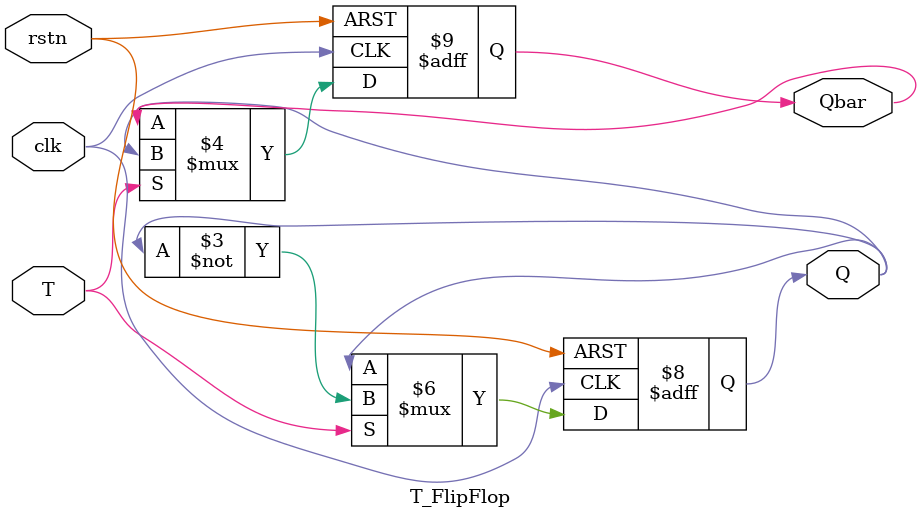
<source format=v>
`timescale 1ns / 1ps


module T_FlipFlop (
    input T, clk, rstn,
    output reg Q, Qbar
);

    always @(posedge clk or negedge rstn) begin
        if (~rstn) begin
            Q <= 1'b0;
            Qbar <= 1'b1;
        end else if (T) begin
            Q <= ~Q;
            Qbar <= Q;
        end
    end
endmodule

</source>
